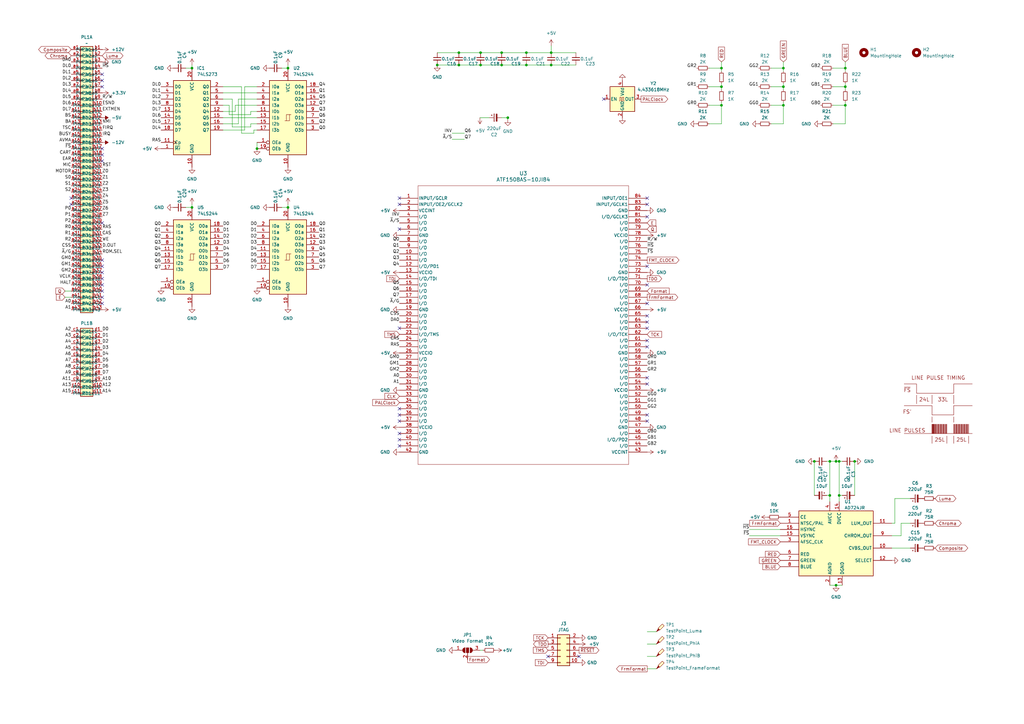
<source format=kicad_sch>
(kicad_sch (version 20250114) (generator "eeschema") (generator_version "9.0")
  (paper "A3")
  (title_block (date "2025-06-03"))
  (junction (at 226.06 21.59))
  (junction (at 295.91 43.18))
  (junction (at 179.324 26.67))
  (junction (at 118.11 85.09))
  (junction (at 346.71 35.56))
  (junction (at 346.71 43.18))
  (junction (at 295.91 35.56))
  (junction (at 105.41 60.96))
  (junction (at 226.06 26.67))
  (junction (at 340.36 189.23))
  (junction (at 340.36 203.2))
  (junction (at 342.9 240.03))
  (junction (at 215.9 21.59))
  (junction (at 205.74 21.59))
  (junction (at 321.31 35.56))
  (junction (at 78.74 85.09))
  (junction (at 295.91 27.94))
  (junction (at 197.104 26.67))
  (junction (at 344.17 189.23))
  (junction (at 197.104 21.59))
  (junction (at 208.28 48.26))
  (junction (at 188.214 21.59))
  (junction (at 321.31 43.18))
  (junction (at 350.52 189.23))
  (junction (at 344.17 203.2))
  (junction (at 334.01 189.23))
  (junction (at 215.9 26.67))
  (junction (at 188.214 26.67))
  (junction (at 342.9 189.23))
  (junction (at 346.71 27.94))
  (junction (at 118.11 27.94))
  (junction (at 78.74 27.94))
  (junction (at 321.31 27.94))
  (junction (at 205.74 26.67))
  (no_connect (at 265.43 172.72))
  (no_connect (at 41.91 116.84))
  (no_connect (at 265.43 81.28))
  (no_connect (at 265.43 154.94))
  (no_connect (at 265.43 83.82))
  (no_connect (at 265.43 132.08))
  (no_connect (at 163.83 180.34))
  (no_connect (at 41.91 109.22))
  (no_connect (at 265.43 88.9))
  (no_connect (at 41.91 35.56))
  (no_connect (at 163.83 177.8))
  (no_connect (at 265.43 129.54))
  (no_connect (at 41.91 60.96))
  (no_connect (at 163.83 182.88))
  (no_connect (at 265.43 134.62))
  (no_connect (at 41.91 111.76))
  (no_connect (at 265.43 116.84))
  (no_connect (at 163.83 172.72))
  (no_connect (at 163.83 81.28))
  (no_connect (at 41.91 106.68))
  (no_connect (at 41.91 121.92))
  (no_connect (at 41.91 119.38))
  (no_connect (at 265.43 109.22))
  (no_connect (at 41.91 33.02))
  (no_connect (at 237.49 269.24))
  (no_connect (at 163.83 83.82))
  (no_connect (at 41.91 114.3))
  (no_connect (at 224.79 269.24))
  (no_connect (at 41.91 91.44))
  (no_connect (at 163.83 170.18))
  (no_connect (at 41.91 30.48))
  (no_connect (at 247.65 40.64))
  (no_connect (at 265.43 139.7))
  (no_connect (at 265.43 142.24))
  (no_connect (at 29.21 83.82))
  (no_connect (at 41.91 63.5))
  (no_connect (at 41.91 124.46))
  (no_connect (at 163.83 167.64))
  (no_connect (at 163.83 93.98))
  (no_connect (at 265.43 157.48))
  (no_connect (at 265.43 170.18))
  (no_connect (at 29.21 81.28))
  (no_connect (at 265.43 124.46))
  (no_connect (at 163.83 134.62))
  (no_connect (at 41.91 66.04))
  (wire (pts (xy 265.43 264.16) (xy 269.24 264.16)))
  (wire (pts (xy 215.9 26.67) (xy 226.06 26.67)))
  (wire (pts (xy 334.01 189.23) (xy 334.01 203.2)))
  (wire (pts (xy 346.71 27.94) (xy 346.71 29.21)))
  (wire (pts (xy 373.38 224.79) (xy 365.76 224.79)))
  (wire (pts (xy 76.2 85.09) (xy 78.74 85.09)))
  (wire (pts (xy 369.57 219.71) (xy 369.57 214.63)))
  (wire (pts (xy 265.43 269.24) (xy 269.24 269.24)))
  (wire (pts (xy 341.63 27.94) (xy 346.71 27.94)))
  (wire (pts (xy 102.87 52.07) (xy 102.87 50.8)))
  (wire (pts (xy 290.83 35.56) (xy 295.91 35.56)))
  (wire (pts (xy 341.63 43.18) (xy 346.71 43.18)))
  (wire (pts (xy 321.31 41.91) (xy 321.31 43.18)))
  (wire (pts (xy 295.91 34.29) (xy 295.91 35.56)))
  (wire (pts (xy 179.324 26.67) (xy 188.214 26.67)))
  (wire (pts (xy 197.104 21.59) (xy 205.74 21.59)))
  (wire (pts (xy 369.57 214.63) (xy 373.38 214.63)))
  (wire (pts (xy 339.09 189.23) (xy 340.36 189.23)))
  (wire (pts (xy 198.12 266.7) (xy 196.85 266.7)))
  (wire (pts (xy 93.98 43.18) (xy 93.98 46.99)))
  (wire (pts (xy 105.41 58.42) (xy 105.41 60.96)))
  (wire (pts (xy 346.71 41.91) (xy 346.71 43.18)))
  (wire (pts (xy 26.67 121.92) (xy 29.21 121.92)))
  (wire (pts (xy 115.57 85.09) (xy 118.11 85.09)))
  (wire (pts (xy 97.79 40.64) (xy 105.41 40.64)))
  (wire (pts (xy 295.91 41.91) (xy 295.91 43.18)))
  (wire (pts (xy 185.42 57.15) (xy 190.5 57.15)))
  (wire (pts (xy 321.31 34.29) (xy 321.31 35.56)))
  (wire (pts (xy 197.104 26.67) (xy 205.74 26.67)))
  (wire (pts (xy 365.76 219.71) (xy 369.57 219.71)))
  (wire (pts (xy 91.44 45.72) (xy 96.52 45.72)))
  (wire (pts (xy 339.09 203.2) (xy 340.36 203.2)))
  (wire (pts (xy 95.25 40.64) (xy 95.25 52.07)))
  (wire (pts (xy 290.83 27.94) (xy 295.91 27.94)))
  (wire (pts (xy 26.67 119.38) (xy 29.21 119.38)))
  (wire (pts (xy 316.23 27.94) (xy 321.31 27.94)))
  (wire (pts (xy 118.11 83.82) (xy 118.11 85.09)))
  (wire (pts (xy 346.71 35.56) (xy 346.71 36.83)))
  (wire (pts (xy 341.63 50.8) (xy 346.71 50.8)))
  (wire (pts (xy 100.33 35.56) (xy 105.41 35.56)))
  (wire (pts (xy 226.06 21.59) (xy 236.22 21.59)))
  (wire (pts (xy 118.11 26.67) (xy 118.11 27.94)))
  (wire (pts (xy 226.06 26.67) (xy 236.22 26.67)))
  (wire (pts (xy 340.36 203.2) (xy 340.36 205.74)))
  (wire (pts (xy 78.74 83.82) (xy 78.74 85.09)))
  (wire (pts (xy 295.91 25.4) (xy 295.91 27.94)))
  (wire (pts (xy 205.74 48.26) (xy 208.28 48.26)))
  (wire (pts (xy 367.03 214.63) (xy 367.03 204.47)))
  (wire (pts (xy 96.52 43.18) (xy 105.41 43.18)))
  (wire (pts (xy 344.17 189.23) (xy 344.17 203.2)))
  (wire (pts (xy 295.91 27.94) (xy 295.91 29.21)))
  (wire (pts (xy 102.87 45.72) (xy 105.41 45.72)))
  (wire (pts (xy 208.28 48.006) (xy 208.28 48.26)))
  (wire (pts (xy 200.66 48.26) (xy 196.85 48.26)))
  (wire (pts (xy 115.57 27.94) (xy 118.11 27.94)))
  (wire (pts (xy 321.31 27.94) (xy 321.31 29.21)))
  (wire (pts (xy 208.28 48.26) (xy 208.28 49.022)))
  (wire (pts (xy 340.36 240.03) (xy 342.9 240.03)))
  (wire (pts (xy 96.52 45.72) (xy 96.52 43.18)))
  (wire (pts (xy 91.44 35.56) (xy 99.06 35.56)))
  (wire (pts (xy 91.44 50.8) (xy 97.79 50.8)))
  (wire (pts (xy 102.87 46.99) (xy 102.87 45.72)))
  (wire (pts (xy 100.33 53.34) (xy 100.33 35.56)))
  (wire (pts (xy 95.25 52.07) (xy 102.87 52.07)))
  (wire (pts (xy 342.9 240.03) (xy 345.44 240.03)))
  (wire (pts (xy 78.74 26.67) (xy 78.74 27.94)))
  (wire (pts (xy 316.23 43.18) (xy 321.31 43.18)))
  (wire (pts (xy 205.74 21.59) (xy 215.9 21.59)))
  (wire (pts (xy 307.34 219.71) (xy 320.04 219.71)))
  (wire (pts (xy 346.71 34.29) (xy 346.71 35.56)))
  (wire (pts (xy 344.17 203.2) (xy 344.17 205.74)))
  (wire (pts (xy 321.31 43.18) (xy 321.31 50.8)))
  (wire (pts (xy 342.9 189.23) (xy 344.17 189.23)))
  (wire (pts (xy 316.23 50.8) (xy 321.31 50.8)))
  (wire (pts (xy 340.36 189.23) (xy 340.36 203.2)))
  (wire (pts (xy 341.63 35.56) (xy 346.71 35.56)))
  (wire (pts (xy 104.14 53.34) (xy 105.41 53.34)))
  (wire (pts (xy 345.44 203.2) (xy 344.17 203.2)))
  (wire (pts (xy 188.214 26.67) (xy 197.104 26.67)))
  (wire (pts (xy 226.06 18.796) (xy 226.06 21.59)))
  (wire (pts (xy 346.71 43.18) (xy 346.71 50.8)))
  (wire (pts (xy 346.71 25.4) (xy 346.71 27.94)))
  (wire (pts (xy 226.06 21.59) (xy 215.9 21.59)))
  (wire (pts (xy 93.98 46.99) (xy 102.87 46.99)))
  (wire (pts (xy 290.83 50.8) (xy 295.91 50.8)))
  (wire (pts (xy 307.34 217.17) (xy 320.04 217.17)))
  (wire (pts (xy 290.83 43.18) (xy 295.91 43.18)))
  (wire (pts (xy 340.36 189.23) (xy 342.9 189.23)))
  (wire (pts (xy 188.214 21.59) (xy 197.104 21.59)))
  (wire (pts (xy 185.42 54.61) (xy 190.5 54.61)))
  (wire (pts (xy 99.06 35.56) (xy 99.06 54.61)))
  (wire (pts (xy 265.43 274.32) (xy 269.24 274.32)))
  (wire (pts (xy 367.03 204.47) (xy 373.38 204.47)))
  (wire (pts (xy 316.23 35.56) (xy 321.31 35.56)))
  (wire (pts (xy 91.44 38.1) (xy 105.41 38.1)))
  (wire (pts (xy 350.52 189.23) (xy 350.52 203.2)))
  (wire (pts (xy 295.91 35.56) (xy 295.91 36.83)))
  (wire (pts (xy 365.76 214.63) (xy 367.03 214.63)))
  (wire (pts (xy 99.06 54.61) (xy 104.14 54.61)))
  (wire (pts (xy 76.2 27.94) (xy 78.74 27.94)))
  (wire (pts (xy 102.87 50.8) (xy 105.41 50.8)))
  (wire (pts (xy 265.43 259.08) (xy 269.24 259.08)))
  (wire (pts (xy 91.44 53.34) (xy 100.33 53.34)))
  (wire (pts (xy 104.14 54.61) (xy 104.14 53.34)))
  (wire (pts (xy 97.79 50.8) (xy 97.79 40.64)))
  (wire (pts (xy 91.44 43.18) (xy 93.98 43.18)))
  (wire (pts (xy 321.31 35.56) (xy 321.31 36.83)))
  (wire (pts (xy 91.44 40.64) (xy 95.25 40.64)))
  (wire (pts (xy 205.74 26.67) (xy 215.9 26.67)))
  (wire (pts (xy 179.324 21.59) (xy 188.214 21.59)))
  (wire (pts (xy 345.44 189.23) (xy 344.17 189.23)))
  (wire (pts (xy 295.91 43.18) (xy 295.91 50.8)))
  (wire (pts (xy 91.44 48.26) (xy 105.41 48.26)))
  (wire (pts (xy 321.31 25.4) (xy 321.31 27.94)))
  (label "D0" (at 91.44 92.71 0))
  (label "D2" (at 41.91 140.97 0))
  (label "Q2" (at 130.81 50.8 0))
  (label "D0" (at 41.91 135.89 0))
  (label "DL5" (at 66.04 50.8 180))
  (label "Q5" (at 130.81 40.64 0))
  (label "ESND" (at 41.91 43.18 0))
  (label "S2" (at 29.21 78.74 180))
  (label "D.OUT" (at 41.91 101.6 0))
  (label "S1" (at 29.21 76.2 180))
  (label "GG0" (at 265.43 162.56 0))
  (label "A11" (at 29.21 156.21 180))
  (label "DL3" (at 66.04 43.18 180))
  (label "CSS" (at 29.21 101.6 180))
  (label "A0" (at 29.21 124.46 180))
  (label "Z5" (at 41.91 83.82 0))
  (label "Q6" (at 66.04 107.95 180))
  (label "DL0" (at 29.21 27.94 180))
  (label "Q7" (at 130.81 43.18 0))
  (label "Q0" (at 130.81 53.34 0))
  (label "A6" (at 29.21 146.05 180))
  (label "GB1" (at 265.43 180.34 0))
  (label "Q4" (at 130.81 102.87 0))
  (label "A5" (at 29.21 143.51 180))
  (label "AVMA" (at 29.21 58.42 180))
  (label "D6" (at 105.41 107.95 180))
  (label "ROM.SEL" (at 41.91 104.14 0))
  (label "IRQ" (at 41.91 55.88 0))
  (label "Q5" (at 66.04 105.41 180))
  (label "D1" (at 41.91 138.43 0))
  (label "NMI" (at 41.91 50.8 0))
  (label "BA" (at 29.21 50.8 180))
  (label "GM0" (at 163.83 147.32 180))
  (label "Q1" (at 130.81 38.1 0))
  (label "CAS" (at 163.83 139.7 180))
  (label "INV" (at 185.42 54.61 180))
  (label "DL5" (at 29.21 40.64 180))
  (label "Q6" (at 163.83 119.38 180))
  (label "DL7" (at 66.04 45.72 180))
  (label "Z3" (at 41.91 78.74 0))
  (label "DL4" (at 29.21 38.1 180))
  (label "TSC" (at 29.21 53.34 180))
  (label "R{slash}W" (at 265.43 99.06 0))
  (label "GM1" (at 163.83 149.86 180))
  (label "P0" (at 29.21 86.36 180))
  (label "DL7" (at 29.21 45.72 180))
  (label "Z2" (at 41.91 76.2 0))
  (label "A9" (at 29.21 153.67 180))
  (label "CAS" (at 41.91 96.52 0))
  (label "~{A}{slash}S" (at 185.42 57.15 180))
  (label "Q7" (at 130.81 110.49 0))
  (label "A2" (at 29.21 135.89 180))
  (label "EAR" (at 29.21 66.04 180))
  (label "RAS" (at 41.91 93.98 0))
  (label "Q7" (at 190.5 57.15 0))
  (label "MOTOR" (at 29.21 71.12 180))
  (label "Q5" (at 130.81 105.41 0))
  (label "GG0" (at 311.15 43.18 180))
  (label "DL2" (at 66.04 40.64 180))
  (label "D4" (at 41.91 146.05 0))
  (label "GR2" (at 265.43 152.4 0))
  (label "FIRQ" (at 41.91 53.34 0))
  (label "D7" (at 41.91 153.67 0))
  (label "GB2" (at 265.43 182.88 0))
  (label "Q0" (at 163.83 99.06 180))
  (label "BS" (at 29.21 48.26 180))
  (label "~{HS}" (at 41.91 27.94 0))
  (label "D4" (at 91.44 102.87 0))
  (label "WE" (at 41.91 99.06 0))
  (label "DL1" (at 66.04 38.1 180))
  (label "D5" (at 91.44 105.41 0))
  (label "D7" (at 91.44 110.49 0))
  (label "Q3" (at 130.81 45.72 0))
  (label "~{A}{slash}G" (at 29.21 104.14 180))
  (label "DL6" (at 29.21 43.18 180))
  (label "DA0" (at 163.83 132.08 180))
  (label "GR0" (at 285.75 43.18 180))
  (label "A3" (at 29.21 138.43 180))
  (label "GB0" (at 336.55 43.18 180))
  (label "Q0" (at 66.04 92.71 180))
  (label "D5" (at 105.41 105.41 180))
  (label "R1" (at 29.21 96.52 180))
  (label "GB0" (at 265.43 177.8 0))
  (label "Q6" (at 130.81 107.95 0))
  (label "R2" (at 29.21 99.06 180))
  (label "A0" (at 163.83 154.94 180))
  (label "HALT" (at 29.21 116.84 180))
  (label "Q1" (at 66.04 95.25 180))
  (label "GB2" (at 336.55 27.94 180))
  (label "A8" (at 29.21 151.13 180))
  (label "Q3" (at 163.83 106.68 180))
  (label "Z7" (at 41.91 88.9 0))
  (label "Q2" (at 66.04 97.79 180))
  (label "~{FS}" (at 307.34 219.71 180))
  (label "GG1" (at 265.43 165.1 0))
  (label "~{FS}" (at 265.43 104.14 0))
  (label "DL6" (at 66.04 48.26 180))
  (label "Q1" (at 130.81 95.25 0))
  (label "CART" (at 29.21 63.5 180))
  (label "Q1" (at 163.83 101.6 180))
  (label "GR2" (at 285.75 27.94 180))
  (label "A4" (at 29.21 140.97 180))
  (label "RAS" (at 163.83 142.24 180))
  (label "~{FS}" (at 29.21 60.96 180))
  (label "A13" (at 29.21 158.75 180))
  (label "Z1" (at 41.91 73.66 0))
  (label "MIC" (at 29.21 68.58 180))
  (label "DL2" (at 29.21 33.02 180))
  (label "Q4" (at 163.83 109.22 180))
  (label "R{slash}W" (at 41.91 40.64 0))
  (label "GG1" (at 311.15 35.56 180))
  (label "Q7" (at 163.83 121.92 180))
  (label "~{HS}" (at 307.34 217.17 180))
  (label "Q3" (at 66.04 100.33 180))
  (label "RST" (at 41.91 68.58 0))
  (label "Q4" (at 130.81 35.56 0))
  (label "D6" (at 91.44 107.95 0))
  (label "CSS" (at 163.83 129.54 180))
  (label "Q2" (at 163.83 104.14 180))
  (label "EXTMEN" (at 41.91 45.72 0))
  (label "GM2" (at 29.21 111.76 180))
  (label "A15" (at 29.21 161.29 180))
  (label "GM1" (at 29.21 109.22 180))
  (label "D2" (at 105.41 97.79 180))
  (label "GG2" (at 265.43 167.64 0))
  (label "Q7" (at 66.04 110.49 180))
  (label "DA0" (at 29.21 25.4 180))
  (label "Q4" (at 66.04 102.87 180))
  (label "D5" (at 41.91 148.59 0))
  (label "A1" (at 163.83 157.48 180))
  (label "D3" (at 41.91 143.51 0))
  (label "Q6" (at 130.81 48.26 0))
  (label "RAS" (at 66.04 58.42 180))
  (label "GM2" (at 163.83 152.4 180))
  (label "Q5" (at 163.83 116.84 180))
  (label "A12" (at 41.91 158.75 0))
  (label "DL1" (at 29.21 30.48 180))
  (label "A7" (at 29.21 148.59 180))
  (label "~{A}{slash}S" (at 163.83 91.44 180))
  (label "DL3" (at 29.21 35.56 180))
  (label "~{HS}" (at 265.43 101.6 0))
  (label "P1" (at 29.21 88.9 180))
  (label "~{A}{slash}G" (at 163.83 124.46 180))
  (label "D6" (at 41.91 151.13 0))
  (label "Q2" (at 130.81 97.79 0))
  (label "DL4" (at 66.04 53.34 180))
  (label "Q0" (at 130.81 92.71 0))
  (label "GM0" (at 29.21 106.68 180))
  (label "GG2" (at 311.15 27.94 180))
  (label "Z6" (at 41.91 86.36 0))
  (label "INV" (at 163.83 88.9 180))
  (label "D4" (at 105.41 102.87 180))
  (label "R0" (at 29.21 93.98 180))
  (label "A1" (at 29.21 127 180))
  (label "Z0" (at 41.91 71.12 0))
  (label "GR1" (at 265.43 149.86 0))
  (label "D7" (at 105.41 110.49 180))
  (label "Q6" (at 190.5 54.61 0))
  (label "D3" (at 91.44 100.33 0))
  (label "D3" (at 105.41 100.33 180))
  (label "P2" (at 29.21 91.44 180))
  (label "Q3" (at 130.81 100.33 0))
  (label "GR1" (at 285.75 35.56 180))
  (label "A10" (at 41.91 156.21 0))
  (label "VCLK" (at 29.21 114.3 180))
  (label "GB1" (at 336.55 35.56 180))
  (label "D0" (at 105.41 92.71 180))
  (label "GR0" (at 265.43 147.32 0))
  (label "D2" (at 91.44 97.79 0))
  (label "A14" (at 41.91 161.29 0))
  (label "BUSY" (at 29.21 55.88 180))
  (label "DL0" (at 66.04 35.56 180))
  (label "S0" (at 29.21 73.66 180))
  (label "D1" (at 91.44 95.25 0))
  (label "Z4" (at 41.91 81.28 0))
  (label "D1" (at 105.41 95.25 180))
  (global_label "E" (shape input) (at 26.67 121.92 180) (property "Intersheetrefs" "${INTERSHEET_REFS}" (effects (hide yes))))
  (global_label "Q" (shape input) (at 26.67 119.38 180) (property "Intersheetrefs" "${INTERSHEET_REFS}" (effects (hide yes))))
  (global_label "TDI" (shape input) (at 224.79 271.78 180) (property "Intersheetrefs" "${INTERSHEET_REFS}" (effects (hide yes))))
  (global_label "~{RESET}" (shape output) (at 237.49 266.7 0) (property "Intersheetrefs" "${INTERSHEET_REFS}" (effects (hide yes))))
  (global_label "Composite" (shape bidirectional) (at 383.54 224.79 0) (property "Intersheetrefs" "${INTERSHEET_REFS}" (effects (hide yes))))
  (global_label "TDI" (shape input) (at 163.83 114.3 180) (property "Intersheetrefs" "${INTERSHEET_REFS}" (effects (hide yes))))
  (global_label "TCK" (shape input) (at 224.79 261.62 180) (property "Intersheetrefs" "${INTERSHEET_REFS}" (effects (hide yes))))
  (global_label "GREEN" (shape input) (at 320.04 229.87 180) (property "Intersheetrefs" "${INTERSHEET_REFS}" (effects (hide yes))))
  (global_label "PALClock" (shape output) (at 262.89 40.64 0) (property "Intersheetrefs" "${INTERSHEET_REFS}" (effects (hide yes))))
  (global_label "TMS" (shape input) (at 224.79 266.7 180) (property "Intersheetrefs" "${INTERSHEET_REFS}" (effects (hide yes))))
  (global_label "Luma" (shape bidirectional) (at 383.54 204.47 0) (property "Intersheetrefs" "${INTERSHEET_REFS}" (effects (hide yes))))
  (global_label "TCK" (shape input) (at 265.43 137.16 0) (property "Intersheetrefs" "${INTERSHEET_REFS}" (effects (hide yes))))
  (global_label "Format" (shape output) (at 191.77 270.51 0) (property "Intersheetrefs" "${INTERSHEET_REFS}" (effects (hide yes))))
  (global_label "BLUE" (shape input) (at 346.71 25.4 90) (property "Intersheetrefs" "${INTERSHEET_REFS}" (effects (hide yes))))
  (global_label "FrmFormat" (shape output) (at 265.43 121.92 0) (property "Intersheetrefs" "${INTERSHEET_REFS}" (effects (hide yes))))
  (global_label "Luma" (shape bidirectional) (at 41.91 22.86 0) (property "Intersheetrefs" "${INTERSHEET_REFS}" (effects (hide yes))))
  (global_label "Chroma" (shape bidirectional) (at 29.21 22.86 180) (property "Intersheetrefs" "${INTERSHEET_REFS}" (effects (hide yes))))
  (global_label "FrmFormat" (shape input) (at 320.04 214.63 180) (property "Intersheetrefs" "${INTERSHEET_REFS}" (effects (hide yes))))
  (global_label "FrmFormat" (shape output) (at 265.43 274.32 180) (property "Intersheetrefs" "${INTERSHEET_REFS}" (effects (hide yes))))
  (global_label "Q" (shape input) (at 265.43 93.98 0) (property "Intersheetrefs" "${INTERSHEET_REFS}" (effects (hide yes))))
  (global_label "PALClock" (shape input) (at 163.83 165.1 180) (property "Intersheetrefs" "${INTERSHEET_REFS}" (effects (hide yes))))
  (global_label "Format" (shape input) (at 265.43 119.38 0) (property "Intersheetrefs" "${INTERSHEET_REFS}" (effects (hide yes))))
  (global_label "GREEN" (shape input) (at 321.31 25.4 90) (property "Intersheetrefs" "${INTERSHEET_REFS}" (effects (hide yes))))
  (global_label "TDO" (shape output) (at 224.79 264.16 180) (property "Intersheetrefs" "${INTERSHEET_REFS}" (effects (hide yes))))
  (global_label "TMS" (shape input) (at 163.83 137.16 180) (property "Intersheetrefs" "${INTERSHEET_REFS}" (effects (hide yes))))
  (global_label "E" (shape input) (at 265.43 91.44 0) (property "Intersheetrefs" "${INTERSHEET_REFS}" (effects (hide yes))))
  (global_label "RED" (shape input) (at 320.04 227.33 180) (property "Intersheetrefs" "${INTERSHEET_REFS}" (effects (hide yes))))
  (global_label "CLK" (shape input) (at 163.83 162.56 180) (property "Intersheetrefs" "${INTERSHEET_REFS}" (effects (hide yes))))
  (global_label "TDO" (shape output) (at 265.43 114.3 0) (property "Intersheetrefs" "${INTERSHEET_REFS}" (effects (hide yes))))
  (global_label "RED" (shape input) (at 295.91 25.4 90) (property "Intersheetrefs" "${INTERSHEET_REFS}" (effects (hide yes))))
  (global_label "FMT_CLOCK" (shape output) (at 265.43 106.68 0) (property "Intersheetrefs" "${INTERSHEET_REFS}" (effects (hide yes))))
  (global_label "Composite" (shape bidirectional) (at 29.21 20.32 180) (property "Intersheetrefs" "${INTERSHEET_REFS}" (effects (hide yes))))
  (global_label "BLUE" (shape input) (at 320.04 232.41 180) (property "Intersheetrefs" "${INTERSHEET_REFS}" (effects (hide yes))))
  (global_label "Chroma" (shape bidirectional) (at 383.54 214.63 0) (property "Intersheetrefs" "${INTERSHEET_REFS}" (effects (hide yes))))
  (global_label "FMT_CLOCK" (shape input) (at 320.04 222.25 180) (property "Intersheetrefs" "${INTERSHEET_REFS}" (effects (hide yes))))
  (symbol (lib_id "power:GND") (at 163.83 185.42 270) (unit 1)
    (property "Reference" "#PWR094" (effects (hide yes)))
    (property "Value" "GND" (at 160.02 185.4199 90) (effects (justify right)))
  )
  (symbol (lib_id "power:GND") (at 342.9 240.03 0) (unit 1)
    (property "Reference" "#PWR022" (effects (hide yes)))
    (property "Value" "GND" (at 342.9 244.856 0))
  )
  (symbol (lib_id "Device:R_Small") (at 339.09 35.56 90) (unit 1)
    (property "Reference" "R19" (at 339.09 30.48 90))
    (property "Value" "2K" (at 339.09 33.02 90))
    (property "Footprint" "PCM_Resistor_SMD_AKL:R_0805_2012Metric_Pad1.15x1.40mm_HandSolder" (effects (hide yes)))
    (property "Description" "Resistor, small symbol" (effects (hide yes)))
  )
  (symbol (lib_id "Device:C_Small") (at 179.324 24.13 0) (mirror y) (unit 1)
    (property "Reference" "C16" (at 183.261 26.162 0) (effects (justify right)))
    (property "Value" "0.1uF" (at 181.102 24.13 0) (effects (justify right)))
    (property "Footprint" "Capacitor_SMD:C_0805_2012Metric_Pad1.18x1.45mm_HandSolder" (effects (hide yes)))
    (property "DigiKey" "399-C0805C104M5RAC7800CT-ND" (effects (hide yes)))
  )
  (symbol (lib_id "power:+5V") (at 226.06 18.796 0) (unit 1)
    (property "Reference" "#PWR049" (effects (hide yes)))
    (property "Value" "+5V" (at 226.06 13.589 0))
  )
  (symbol (lib_id "power:+5V") (at 66.04 60.96 90) (unit 1)
    (property "Reference" "#PWR07" (effects (hide yes)))
    (property "Value" "+5V" (at 62.357 60.9599 90) (effects (justify left)))
  )
  (symbol (lib_id "power:+5V") (at 163.83 175.26 90) (unit 1)
    (property "Reference" "#PWR061" (effects (hide yes)))
    (property "Value" "+5V" (at 160.02 175.2599 90) (effects (justify left)))
  )
  (symbol (lib_id "Device:R_Small") (at 288.29 27.94 90) (unit 1)
    (property "Reference" "R8" (at 288.29 22.86 90))
    (property "Value" "2K" (at 288.29 25.4 90))
    (property "Footprint" "PCM_Resistor_SMD_AKL:R_0805_2012Metric_Pad1.15x1.40mm_HandSolder" (effects (hide yes)))
    (property "Description" "Resistor, small symbol" (effects (hide yes)))
  )
  (symbol (lib_id "power:GND") (at 110.49 85.09 270) (unit 1)
    (property "Reference" "#PWR037" (effects (hide yes)))
    (property "Value" "GND" (at 106.68 85.0899 90) (effects (justify right)))
  )
  (symbol (lib_id "power:GND") (at 265.43 175.26 90) (unit 1)
    (property "Reference" "#PWR098" (effects (hide yes)))
    (property "Value" "GND" (at 269.24 175.2599 90) (effects (justify right)))
  )
  (symbol (lib_id "Device:C_Small") (at 73.66 85.09 90) (mirror x) (unit 1)
    (property "Reference" "C20" (at 75.692 81.153 0) (effects (justify right)))
    (property "Value" "0.1uF" (at 73.66 83.312 0) (effects (justify right)))
    (property "Footprint" "Capacitor_SMD:C_0805_2012Metric_Pad1.18x1.45mm_HandSolder" (effects (hide yes)))
    (property "DigiKey" "399-C0805C104M5RAC7800CT-ND" (effects (hide yes)))
  )
  (symbol (lib_id "power:+5V") (at 342.9 189.23 0) (unit 1)
    (property "Reference" "#PWR019" (effects (hide yes)))
    (property "Value" "+5V" (at 342.9 183.896 0))
  )
  (symbol (lib_id "power:+5V") (at 203.2 266.7 270) (unit 1)
    (property "Reference" "#PWR015" (effects (hide yes)))
    (property "Value" "+5V" (at 205.994 266.7 90) (effects (justify left)))
  )
  (symbol (lib_id "Device:R_Small") (at 313.69 43.18 90) (unit 1)
    (property "Reference" "R14" (at 313.69 38.1 90))
    (property "Value" "2K" (at 313.69 40.64 90))
    (property "Footprint" "PCM_Resistor_SMD_AKL:R_0805_2012Metric_Pad1.15x1.40mm_HandSolder" (effects (hide yes)))
    (property "Description" "Resistor, small symbol" (effects (hide yes)))
  )
  (symbol (lib_id "Device:R_Small") (at 313.69 27.94 90) (unit 1)
    (property "Reference" "R12" (at 313.69 22.86 90))
    (property "Value" "2K" (at 313.69 25.4 90))
    (property "Footprint" "PCM_Resistor_SMD_AKL:R_0805_2012Metric_Pad1.15x1.40mm_HandSolder" (effects (hide yes)))
    (property "Description" "Resistor, small symbol" (effects (hide yes)))
  )
  (symbol (lib_id "Device:R_Small") (at 381 204.47 270) (unit 1)
    (property "Reference" "R3" (at 381 199.39 90))
    (property "Value" "75R" (at 381 201.93 90))
    (property "Footprint" "Resistor_SMD:R_0805_2012Metric_Pad1.20x1.40mm_HandSolder" (effects (hide yes)))
    (property "DigiKey" "CF14JT6K80CT-ND" (effects (hide yes)))
    (property "alt" "20K" (effects (hide yes)))
  )
  (symbol (lib_id "power:GND") (at 208.28 49.022 0) (unit 1)
    (property "Reference" "#PWR013" (effects (hide yes)))
    (property "Value" "GND" (at 208.28 53.848 0))
  )
  (symbol (lib_id "power:GND") (at 118.11 125.73 0) (unit 1)
    (property "Reference" "#PWR039" (effects (hide yes)))
    (property "Value" "GND" (at 118.11 130.556 0))
  )
  (symbol (lib_id "power:+5V") (at 78.74 26.67 0) (unit 1)
    (property "Reference" "#PWR08" (effects (hide yes)))
    (property "Value" "+5V" (at 78.74 21.336 0))
  )
  (symbol (lib_id "Oscillator:ASV-xxxMHz") (at 255.27 40.64 0) (unit 1)
    (property "Reference" "Y2" (at 267.97 34.2198 0))
    (property "Value" "4.433618MHz" (at 267.97 36.7598 0))
    (property "Footprint" "Oscillator:Oscillator_SMD_SeikoEpson_SG8002LB-4Pin_5.0x3.2mm_HandSoldering" (effects (hide yes)))
    (property "Datasheet" "http://www.abracon.com/Oscillators/ASV.pdf" (effects (hide yes)))
    (property "Description" "5V HCMOS SMD Crystal Clock Oscillator, Abracon" (effects (hide yes)))
    (property "DigiKey" "31-FD0440005TR-ND" (effects (hide yes)))
  )
  (symbol (lib_id "power:GND") (at 78.74 125.73 0) (unit 1)
    (property "Reference" "#PWR047" (effects (hide yes)))
    (property "Value" "GND" (at 78.74 130.556 0))
  )
  (symbol (lib_id "Device:R_Small") (at 313.69 35.56 90) (unit 1)
    (property "Reference" "R13" (at 313.69 30.48 90))
    (property "Value" "2K" (at 313.69 33.02 90))
    (property "Footprint" "PCM_Resistor_SMD_AKL:R_0805_2012Metric_Pad1.15x1.40mm_HandSolder" (effects (hide yes)))
    (property "Description" "Resistor, small symbol" (effects (hide yes)))
  )
  (symbol (lib_id "power:GND") (at 365.76 229.87 90) (unit 1)
    (property "Reference" "#PWR023" (effects (hide yes)))
    (property "Value" "GND" (at 369.57 229.8699 90) (effects (justify right)))
  )
  (symbol (lib_id "Device:C_Polarized_Small") (at 347.98 203.2 90) (unit 1)
    (property "Reference" "C8" (at 347.4339 196.85 90))
    (property "Value" "10uF" (at 347.4339 199.39 90))
    (property "Footprint" "Capacitor_SMD:CP_Elec_4x5.4" (effects (hide yes)))
    (property "Description" "Polarized capacitor, small symbol" (effects (hide yes)))
    (property "DigiKey" "732-6401-1-ND" (effects (hide yes)))
  )
  (symbol (lib_id "power:GND") (at 179.324 26.67 0) (unit 1)
    (property "Reference" "#PWR048" (effects (hide yes)))
    (property "Value" "GND" (at 179.324 31.623 0))
  )
  (symbol (lib_id "power:+5V") (at 41.91 127 270) (unit 1)
    (property "Reference" "#PWR031" (effects (hide yes)))
    (property "Value" "+5V" (at 45.72 126.9999 90) (effects (justify left)))
    (property "Description" "Power symbol creates a global label with name \"+5V\"" (effects (hide yes)))
  )
  (symbol (lib_id "power:+3.3V") (at 41.91 38.1 270) (unit 1)
    (property "Reference" "#PWR03" (effects (hide yes)))
    (property "Value" "+3.3V" (at 45.72 38.0999 90) (effects (justify left)))
    (property "Description" "Power symbol creates a global label with name \"+3.3V\"" (effects (hide yes)))
  )
  (symbol (lib_id "Connector:TestPoint_Probe") (at 269.24 259.08 0) (unit 1)
    (property "Reference" "TP1" (at 273.05 256.2225 0) (effects (justify left)))
    (property "Value" "TestPoint_Luma" (at 273.05 258.7625 0) (effects (justify left)))
    (property "Footprint" "TestPoint:TestPoint_Pad_D1.0mm" (effects (hide yes)))
  )
  (symbol (lib_id "Device:R_Small") (at 346.71 31.75 0) (unit 1)
    (property "Reference" "R22" (at 349.25 30.4799 0) (effects (justify left)))
    (property "Value" "1K" (at 349.25 33.0199 0) (effects (justify left)))
    (property "Footprint" "PCM_Resistor_SMD_AKL:R_0805_2012Metric_Pad1.15x1.40mm_HandSolder" (effects (hide yes)))
    (property "Description" "Resistor, small symbol" (effects (hide yes)))
  )
  (symbol (lib_id "power:GND") (at 265.43 111.76 90) (unit 1)
    (property "Reference" "#PWR096" (effects (hide yes)))
    (property "Value" "GND" (at 269.24 111.7599 90) (effects (justify right)))
  )
  (symbol (lib_id "Device:C_Small") (at 205.74 24.13 0) (mirror y) (unit 1)
    (property "Reference" "C19" (at 209.677 26.162 0) (effects (justify right)))
    (property "Value" "0.1uF" (at 207.518 24.13 0) (effects (justify right)))
    (property "Footprint" "Capacitor_SMD:C_0805_2012Metric_Pad1.18x1.45mm_HandSolder" (effects (hide yes)))
    (property "DigiKey" "399-C0805C104M5RAC7800CT-ND" (effects (hide yes)))
  )
  (symbol (lib_id "power:+5V") (at 196.85 48.26 180) (unit 1)
    (property "Reference" "#PWR010" (effects (hide yes)))
    (property "Value" "+5V" (at 196.85 53.594 0))
  )
  (symbol (lib_id "power:GND") (at 118.11 68.58 0) (unit 1)
    (property "Reference" "#PWR032" (effects (hide yes)))
    (property "Value" "GND" (at 118.11 73.406 0))
  )
  (symbol (lib_id "Device:R_Small") (at 288.29 50.8 90) (unit 1)
    (property "Reference" "R11" (at 288.29 45.72 90))
    (property "Value" "2K" (at 288.29 48.26 90))
    (property "Footprint" "PCM_Resistor_SMD_AKL:R_0805_2012Metric_Pad1.15x1.40mm_HandSolder" (effects (hide yes)))
    (property "Description" "Resistor, small symbol" (effects (hide yes)))
  )
  (symbol (lib_id "Device:R_Small") (at 346.71 39.37 0) (unit 1)
    (property "Reference" "R23" (at 349.25 38.0999 0) (effects (justify left)))
    (property "Value" "1K" (at 349.25 40.6399 0) (effects (justify left)))
    (property "Footprint" "PCM_Resistor_SMD_AKL:R_0805_2012Metric_Pad1.15x1.40mm_HandSolder" (effects (hide yes)))
    (property "Description" "Resistor, small symbol" (effects (hide yes)))
  )
  (symbol (lib_id "Connector:TestPoint_Probe") (at 269.24 269.24 0) (unit 1)
    (property "Reference" "TP3" (at 273.05 266.3825 0) (effects (justify left)))
    (property "Value" "TestPoint_PhiB" (at 273.05 268.9225 0) (effects (justify left)))
    (property "Footprint" "TestPoint:TestPoint_Pad_D1.0mm" (effects (hide yes)))
  )
  (symbol (lib_id "power:-12V") (at 41.91 58.42 270) (unit 1)
    (property "Reference" "#PWR04" (effects (hide yes)))
    (property "Value" "-12V" (at 45.72 58.4199 90) (effects (justify left)))
    (property "Description" "Power symbol creates a global label with name \"-12V\"" (effects (hide yes)))
  )
  (symbol (lib_id "power:GND") (at 237.49 261.62 90) (unit 1)
    (property "Reference" "#PWR073" (effects (hide yes)))
    (property "Value" "GND" (at 240.792 261.62 90) (effects (justify right)))
  )
  (symbol (lib_id "Device:C_Small") (at 197.104 24.13 0) (mirror y) (unit 1)
    (property "Reference" "C18" (at 201.041 26.162 0) (effects (justify right)))
    (property "Value" "0.1uF" (at 198.882 24.13 0) (effects (justify right)))
    (property "Footprint" "Capacitor_SMD:C_0805_2012Metric_Pad1.18x1.45mm_HandSolder" (effects (hide yes)))
    (property "DigiKey" "399-C0805C104M5RAC7800CT-ND" (effects (hide yes)))
  )
  (symbol (lib_id "74xx:74LS244") (at 118.11 48.26 0) (unit 1)
    (property "Reference" "U2" (at 120.2533 27.94 0) (effects (justify left)))
    (property "Value" "74LS244" (at 120.2533 30.48 0) (effects (justify left)))
    (property "Footprint" "PCM_Package_SO_AKL:SO-20_5.3x12.6mm_P1.27mm" (effects (hide yes)))
    (property "Datasheet" "https://www.ti.com/general/docs/suppproductinfo.tsp?distId=10&gotoUrl=https%3A%2F%2Fwww.ti.com%2Flit%2Fgpn%2Fsn74als244c" (effects (hide yes)))
    (property "Description" "Octal Buffer and Line Driver With 3-State Output, active-low enables, non-inverting outputs" (effects (hide yes)))
    (property "DigiKey" "296-29971-1-ND" (effects (hide yes)))
  )
  (symbol (lib_id "power:GND") (at 163.83 160.02 270) (unit 1)
    (property "Reference" "#PWR093" (effects (hide yes)))
    (property "Value" "GND" (at 160.02 160.0199 90) (effects (justify right)))
  )
  (symbol (lib_id "power:+5V") (at 78.74 83.82 0) (unit 1)
    (property "Reference" "#PWR045" (effects (hide yes)))
    (property "Value" "+5V" (at 78.74 78.486 0))
  )
  (symbol (lib_id "power:GND") (at 265.43 86.36 90) (unit 1)
    (property "Reference" "#PWR095" (effects (hide yes)))
    (property "Value" "GND" (at 269.24 86.3599 90) (effects (justify right)))
  )
  (symbol (lib_id "power:+5V") (at 237.49 264.16 270) (unit 1)
    (property "Reference" "#PWR074" (effects (hide yes)))
    (property "Value" "+5V" (at 241.554 264.16 90) (effects (justify left)))
  )
  (symbol (lib_id "Device:C_Small") (at 347.98 189.23 90) (unit 1)
    (property "Reference" "C3" (at 350.012 193.167 0) (effects (justify right)))
    (property "Value" "0.1uF" (at 347.98 191.008 0) (effects (justify right)))
    (property "Footprint" "Capacitor_SMD:C_0805_2012Metric_Pad1.18x1.45mm_HandSolder" (effects (hide yes)))
    (property "Datasheet" "https://www.vishay.com/docs/45171/kseries.pdf" (effects (hide yes)))
    (property "DigiKey" "399-C0805C104M5RAC7800CT-ND" (effects (hide yes)))
  )
  (symbol (lib_id "Connector:TestPoint_Probe") (at 269.24 264.16 0) (unit 1)
    (property "Reference" "TP2" (at 273.05 261.3025 0) (effects (justify left)))
    (property "Value" "TestPoint_PhiA" (at 273.05 263.8425 0) (effects (justify left)))
    (property "Footprint" "TestPoint:TestPoint_Pad_D1.0mm" (effects (hide yes)))
  )
  (symbol (lib_id "power:GND") (at 285.75 50.8 270) (unit 1)
    (property "Reference" "#PWR088" (effects (hide yes)))
    (property "Value" "GND" (at 281.94 50.7999 90) (effects (justify right)))
  )
  (symbol (lib_id "power:GND") (at 186.69 266.7 270) (unit 1)
    (property "Reference" "#PWR035" (effects (hide yes)))
    (property "Value" "GND" (at 182.88 266.6999 90) (effects (justify right)))
  )
  (symbol (lib_id "power:+5V") (at 163.83 144.78 90) (unit 1)
    (property "Reference" "#PWR060" (effects (hide yes)))
    (property "Value" "+5V" (at 160.02 144.7799 90) (effects (justify left)))
  )
  (symbol (lib_id "Device:C_Small") (at 336.55 189.23 90) (unit 1)
    (property "Reference" "C7" (at 338.582 193.167 0) (effects (justify right)))
    (property "Value" "0.1uF" (at 336.55 191.008 0) (effects (justify right)))
    (property "Footprint" "Capacitor_SMD:C_0805_2012Metric_Pad1.18x1.45mm_HandSolder" (effects (hide yes)))
    (property "Datasheet" "https://www.vishay.com/docs/45171/kseries.pdf" (effects (hide yes)))
    (property "DigiKey" "399-C0805C104M5RAC7800CT-ND" (effects (hide yes)))
  )
  (symbol (lib_id "power:GND") (at 71.12 85.09 270) (unit 1)
    (property "Reference" "#PWR044" (effects (hide yes)))
    (property "Value" "GND" (at 67.31 85.0899 90) (effects (justify right)))
  )
  (symbol (lib_id "Device:R_Small") (at 295.91 39.37 0) (unit 1)
    (property "Reference" "R7" (at 298.45 38.0999 0) (effects (justify left)))
    (property "Value" "1K" (at 298.45 40.6399 0) (effects (justify left)))
    (property "Footprint" "PCM_Resistor_SMD_AKL:R_0805_2012Metric_Pad1.15x1.40mm_HandSolder" (effects (hide yes)))
    (property "Description" "Resistor, small symbol" (effects (hide yes)))
  )
  (symbol (lib_id "power:+5V") (at 163.83 86.36 90) (unit 1)
    (property "Reference" "#PWR059" (effects (hide yes)))
    (property "Value" "+5V" (at 160.02 86.3599 90) (effects (justify left)))
  )
  (symbol (lib_id "power:GND") (at 311.15 50.8 270) (unit 1)
    (property "Reference" "#PWR089" (effects (hide yes)))
    (property "Value" "GND" (at 307.34 50.7999 90) (effects (justify right)))
  )
  (symbol (lib_id "Device:R_Small") (at 381 214.63 270) (unit 1)
    (property "Reference" "R2" (at 381 209.55 90))
    (property "Value" "75R" (at 381 212.09 90))
    (property "Footprint" "Resistor_SMD:R_0805_2012Metric_Pad1.20x1.40mm_HandSolder" (effects (hide yes)))
    (property "DigiKey" "CF14JT6K80CT-ND" (effects (hide yes)))
    (property "alt" "20K" (effects (hide yes)))
  )
  (symbol (lib_id "power:+5V") (at 118.11 26.67 0) (unit 1)
    (property "Reference" "#PWR020" (effects (hide yes)))
    (property "Value" "+5V" (at 118.11 21.336 0))
  )
  (symbol (lib_id "power:GND") (at 334.01 189.23 270) (unit 1)
    (property "Reference" "#PWR030" (effects (hide yes)))
    (property "Value" "GND" (at 330.2 189.2299 90) (effects (justify right)))
  )
  (symbol (lib_id "power:GND") (at 71.12 27.94 270) (unit 1)
    (property "Reference" "#PWR014" (effects (hide yes)))
    (property "Value" "GND" (at 67.31 27.9399 90) (effects (justify right)))
  )
  (symbol (lib_id "Device:R_Small") (at 317.5 212.09 90) (unit 1)
    (property "Reference" "R6" (at 317.5 207.01 90))
    (property "Value" "10K" (at 317.5 209.55 90))
    (property "Footprint" "Resistor_SMD:R_0805_2012Metric_Pad1.20x1.40mm_HandSolder" (effects (hide yes)))
    (property "DigiKey" "CF14JT6K80CT-ND" (effects (hide yes)))
    (property "alt" "20K" (effects (hide yes)))
  )
  (symbol (lib_id "power:GND") (at 41.91 25.4 90) (mirror x) (unit 1)
    (property "Reference" "#PWR02" (effects (hide yes)))
    (property "Value" "GND" (at 45.72 25.3999 90) (effects (justify right)))
    (property "Description" "Power symbol creates a global label with name \"GND\" , ground" (effects (hide yes)))
  )
  (symbol (lib_id "Dragon32_MKII:LINE_PULSE_DIAGRAM") (at 382.27 154.94 0) (unit 1) (exclude_from_sim yes) (in_bom no) (on_board no)
    (property "Reference" "Z1" (effects (hide yes)))
    (property "Value" "LINE_PULSE_DIAGRAM" (effects (hide yes)))
  )
  (symbol (lib_id "74xx:74LS244") (at 78.74 105.41 0) (unit 1)
    (property "Reference" "U5" (at 80.8833 85.09 0) (effects (justify left)))
    (property "Value" "74LS244" (at 80.8833 87.63 0) (effects (justify left)))
    (property "Footprint" "PCM_Package_SO_AKL:SO-20_5.3x12.6mm_P1.27mm" (effects (hide yes)))
    (property "Datasheet" "https://www.ti.com/general/docs/suppproductinfo.tsp?distId=10&gotoUrl=https%3A%2F%2Fwww.ti.com%2Flit%2Fgpn%2Fsn74als244c" (effects (hide yes)))
    (property "Description" "Octal Buffer and Line Driver With 3-State Output, active-low enables, non-inverting outputs" (effects (hide yes)))
    (property "DigiKey" "296-29971-1-ND" (effects (hide yes)))
  )
  (symbol (lib_id "power:GND") (at 350.52 189.23 90) (unit 1)
    (property "Reference" "#PWR029" (effects (hide yes)))
    (property "Value" "GND" (at 354.33 189.2299 90) (effects (justify right)))
  )
  (symbol (lib_id "Device:R_Small") (at 381 224.79 270) (unit 1)
    (property "Reference" "R1" (at 381 219.71 90))
    (property "Value" "75R" (at 381 222.25 90))
    (property "Footprint" "Resistor_SMD:R_0805_2012Metric_Pad1.20x1.40mm_HandSolder" (effects (hide yes)))
    (property "DigiKey" "CF14JT6K80CT-ND" (effects (hide yes)))
    (property "alt" "20K" (effects (hide yes)))
  )
  (symbol (lib_id "Library:ATF1508AS-10JI84") (at 163.83 81.28 0) (unit 1)
    (property "Reference" "U3" (at 214.63 71.12 0) (effects (font (size 1.524 1.524))))
    (property "Value" "ATF1508AS-10JI84" (at 214.63 73.66 0) (effects (font (size 1.524 1.524))))
    (property "Footprint" "Package_LCC:PLCC-84_THT-Socket" (effects (hide yes)))
    (property "Datasheet" "ATF1508AS-10JI84" (effects (hide yes)))
  )
  (symbol (lib_id "74xx:74LS244") (at 118.11 105.41 0) (unit 1)
    (property "Reference" "U4" (at 120.2533 85.09 0) (effects (justify left)))
    (property "Value" "74LS244" (at 120.2533 87.63 0) (effects (justify left)))
    (property "Footprint" "PCM_Package_SO_AKL:SO-20_5.3x12.6mm_P1.27mm" (effects (hide yes)))
    (property "Datasheet" "https://www.ti.com/general/docs/suppproductinfo.tsp?distId=10&gotoUrl=https%3A%2F%2Fwww.ti.com%2Flit%2Fgpn%2Fsn74als244c" (effects (hide yes)))
    (property "Description" "Octal Buffer and Line Driver With 3-State Output, active-low enables, non-inverting outputs" (effects (hide yes)))
    (property "DigiKey" "296-29971-1-ND" (effects (hide yes)))
  )
  (symbol (lib_id "power:+12V") (at 41.91 20.32 270) (unit 1)
    (property "Reference" "#PWR01" (effects (hide yes)))
    (property "Value" "+12V" (at 45.72 20.3199 90) (effects (justify left)))
    (property "Description" "Power symbol creates a global label with name \"+12V\"" (effects (hide yes)))
  )
  (symbol (lib_id "Device:R_Small") (at 339.09 50.8 90) (unit 1)
    (property "Reference" "R21" (at 339.09 45.72 90))
    (property "Value" "2K" (at 339.09 48.26 90))
    (property "Footprint" "PCM_Resistor_SMD_AKL:R_0805_2012Metric_Pad1.15x1.40mm_HandSolder" (effects (hide yes)))
    (property "Description" "Resistor, small symbol" (effects (hide yes)))
  )
  (symbol (lib_id "Device:R_Small") (at 288.29 35.56 90) (unit 1)
    (property "Reference" "R9" (at 288.29 30.48 90))
    (property "Value" "2K" (at 288.29 33.02 90))
    (property "Footprint" "PCM_Resistor_SMD_AKL:R_0805_2012Metric_Pad1.15x1.40mm_HandSolder" (effects (hide yes)))
    (property "Description" "Resistor, small symbol" (effects (hide yes)))
  )
  (symbol (lib_id "vdg:AD724") (at 342.9 223.52 0) (unit 1)
    (property "Reference" "U1" (at 346.3641 205.74 0) (effects (justify left)))
    (property "Value" "AD724JR" (at 346.3641 208.28 0) (effects (justify left)))
    (property "Footprint" "Package_SO:SOIC-16W_7.5x10.3mm_P1.27mm" (effects (hide yes)))
  )
  (symbol (lib_id "power:GND") (at 110.49 27.94 270) (unit 1)
    (property "Reference" "#PWR016" (effects (hide yes)))
    (property "Value" "GND" (at 106.68 27.9399 90) (effects (justify right)))
  )
  (symbol (lib_id "Device:C_Small") (at 236.22 24.13 0) (mirror y) (unit 1)
    (property "Reference" "C23" (at 240.157 26.162 0) (effects (justify right)))
    (property "Value" "0.1uF" (at 237.998 24.13 0) (effects (justify right)))
    (property "Footprint" "Capacitor_SMD:C_0805_2012Metric_Pad1.18x1.45mm_HandSolder" (effects (hide yes)))
    (property "DigiKey" "399-C0805C104M5RAC7800CT-ND" (effects (hide yes)))
  )
  (symbol (lib_id "power:-5V") (at 41.91 48.26 270) (unit 1)
    (property "Reference" "#PWR017" (effects (hide yes)))
    (property "Value" "-5V" (at 45.72 48.2599 90) (effects (justify left)))
    (property "Description" "Power symbol creates a global label with name \"-5V\"" (effects (hide yes)))
  )
  (symbol (lib_id "Library:Card_Edge") (at 35.56 73.66 0) (unit 1)
    (property "Reference" "PL1" (at 35.56 15.24 0))
    (property "Value" "~" (at 35.56 17.78 0))
    (property "Footprint" "Library:Card_Edge" (effects (hide yes)))
  )
  (symbol (lib_id "power:GND") (at 265.43 144.78 90) (unit 1)
    (property "Reference" "#PWR097" (effects (hide yes)))
    (property "Value" "GND" (at 269.24 144.7799 90) (effects (justify right)))
  )
  (symbol (lib_id "Device:R_Small") (at 295.91 31.75 0) (unit 1)
    (property "Reference" "R5" (at 298.45 30.4799 0) (effects (justify left)))
    (property "Value" "1K" (at 298.45 33.0199 0) (effects (justify left)))
    (property "Footprint" "PCM_Resistor_SMD_AKL:R_0805_2012Metric_Pad1.15x1.40mm_HandSolder" (effects (hide yes)))
    (property "Description" "Resistor, small symbol" (effects (hide yes)))
  )
  (symbol (lib_id "power:+5V") (at 265.43 160.02 270) (unit 1)
    (property "Reference" "#PWR064" (effects (hide yes)))
    (property "Value" "+5V" (at 269.24 160.0199 90) (effects (justify left)))
  )
  (symbol (lib_id "Device:C_Polarized_Small") (at 375.92 204.47 90) (unit 1)
    (property "Reference" "C6" (at 375.3739 198.12 90))
    (property "Value" "220uF" (at 375.3739 200.66 90))
    (property "Footprint" "Capacitor_Tantalum_SMD:CP_EIA-3216-12_Kemet-S" (effects (hide yes)))
    (property "Description" "Polarized capacitor, small symbol" (effects (hide yes)))
    (property "DigiKey" "478-4922-1-ND" (effects (hide yes)))
  )
  (symbol (lib_name "Card_Edge_1") (lib_id "Library:Card_Edge") (at 35.56 148.59 0) (unit 2)
    (property "Reference" "PL1" (at 35.56 132.588 0))
    (property "Value" "~" (at 35.56 92.71 0))
    (property "Footprint" "Library:Card_Edge" (effects (hide yes)))
  )
  (symbol (lib_id "power:+5V") (at 265.43 127 270) (unit 1)
    (property "Reference" "#PWR063" (effects (hide yes)))
    (property "Value" "+5V" (at 269.24 126.9999 90) (effects (justify left)))
  )
  (symbol (lib_id "Device:R_Small") (at 339.09 27.94 90) (unit 1)
    (property "Reference" "R18" (at 339.09 22.86 90))
    (property "Value" "2K" (at 339.09 25.4 90))
    (property "Footprint" "PCM_Resistor_SMD_AKL:R_0805_2012Metric_Pad1.15x1.40mm_HandSolder" (effects (hide yes)))
    (property "Description" "Resistor, small symbol" (effects (hide yes)))
  )
  (symbol (lib_id "Device:R_Small") (at 339.09 43.18 90) (unit 1)
    (property "Reference" "R20" (at 339.09 38.1 90))
    (property "Value" "2K" (at 339.09 40.64 90))
    (property "Footprint" "PCM_Resistor_SMD_AKL:R_0805_2012Metric_Pad1.15x1.40mm_HandSolder" (effects (hide yes)))
    (property "Description" "Resistor, small symbol" (effects (hide yes)))
  )
  (symbol (lib_id "power:+5V") (at 163.83 111.76 90) (unit 1)
    (property "Reference" "#PWR058" (effects (hide yes)))
    (property "Value" "+5V" (at 160.02 111.7599 90) (effects (justify left)))
  )
  (symbol (lib_id "power:+5V") (at 118.11 83.82 0) (unit 1)
    (property "Reference" "#PWR038" (effects (hide yes)))
    (property "Value" "+5V" (at 118.11 78.486 0))
  )
  (symbol (lib_id "Device:C_Polarized_Small") (at 375.92 224.79 90) (unit 1)
    (property "Reference" "C15" (at 375.3739 218.44 90))
    (property "Value" "220uF" (at 375.3739 220.98 90))
    (property "Footprint" "Capacitor_Tantalum_SMD:CP_EIA-3216-12_Kemet-S" (effects (hide yes)))
    (property "Description" "Polarized capacitor, small symbol" (effects (hide yes)))
    (property "DigiKey" "478-4922-1-ND" (effects (hide yes)))
  )
  (symbol (lib_id "power:+5V") (at 314.96 212.09 90) (unit 1)
    (property "Reference" "#PWR018" (effects (hide yes)))
    (property "Value" "+5V" (at 311.658 212.09 90) (effects (justify left)))
  )
  (symbol (lib_id "Mechanical:MountingHole") (at 354.33 21.59 0) (unit 1) (exclude_from_sim yes) (in_bom no)
    (property "Reference" "H1" (at 356.87 20.3199 0) (effects (justify left)))
    (property "Value" "MountingHole" (at 356.87 22.8599 0) (effects (justify left)))
    (property "Footprint" "MountingHole:MountingHole_3.2mm_M3" (effects (hide yes)))
    (property "Description" "Mounting Hole without connection" (effects (hide yes)))
  )
  (symbol (lib_id "Device:C_Small") (at 113.03 27.94 90) (mirror x) (unit 1)
    (property "Reference" "C9" (at 115.062 24.003 0) (effects (justify right)))
    (property "Value" "0.1uF" (at 113.03 26.162 0) (effects (justify right)))
    (property "Footprint" "Capacitor_SMD:C_0805_2012Metric_Pad1.18x1.45mm_HandSolder" (effects (hide yes)))
    (property "DigiKey" "399-C0805C104M5RAC7800CT-ND" (effects (hide yes)))
  )
  (symbol (lib_id "power:GND") (at 237.49 271.78 90) (unit 1)
    (property "Reference" "#PWR075" (effects (hide yes)))
    (property "Value" "GND" (at 240.792 271.78 90) (effects (justify right)))
  )
  (symbol (lib_id "Device:C_Small") (at 188.214 24.13 0) (mirror y) (unit 1)
    (property "Reference" "C17" (at 192.151 26.162 0) (effects (justify right)))
    (property "Value" "0.1uF" (at 189.992 24.13 0) (effects (justify right)))
    (property "Footprint" "Capacitor_SMD:C_0805_2012Metric_Pad1.18x1.45mm_HandSolder" (effects (hide yes)))
    (property "DigiKey" "399-C0805C104M5RAC7800CT-ND" (effects (hide yes)))
  )
  (symbol (lib_id "power:GND") (at 336.55 50.8 270) (unit 1)
    (property "Reference" "#PWR090" (effects (hide yes)))
    (property "Value" "GND" (at 332.74 50.7999 90) (effects (justify right)))
  )
  (symbol (lib_id "power:GND") (at 255.27 48.26 0) (unit 1)
    (property "Reference" "#PWR041" (effects (hide yes)))
    (property "Value" "GND" (effects (hide yes)))
  )
  (symbol (lib_id "power:GND") (at 163.83 96.52 270) (unit 1)
    (property "Reference" "#PWR091" (effects (hide yes)))
    (property "Value" "GND" (at 160.02 96.5199 90) (effects (justify right)))
  )
  (symbol (lib_id "power:GND") (at 163.83 127 270) (unit 1)
    (property "Reference" "#PWR092" (effects (hide yes)))
    (property "Value" "GND" (at 160.02 126.9999 90) (effects (justify right)))
  )
  (symbol (lib_id "power:GND") (at 66.04 118.11 0) (unit 1)
    (property "Reference" "#PWR043" (effects (hide yes)))
    (property "Value" "GND" (at 66.04 122.936 0))
  )
  (symbol (lib_id "Device:R_Small") (at 313.69 50.8 90) (unit 1)
    (property "Reference" "R15" (at 313.69 45.72 90))
    (property "Value" "2K" (at 313.69 48.26 90))
    (property "Footprint" "PCM_Resistor_SMD_AKL:R_0805_2012Metric_Pad1.15x1.40mm_HandSolder" (effects (hide yes)))
    (property "Description" "Resistor, small symbol" (effects (hide yes)))
  )
  (symbol (lib_id "power:+5V") (at 265.43 185.42 270) (unit 1)
    (property "Reference" "#PWR065" (effects (hide yes)))
    (property "Value" "+5V" (at 269.24 185.4199 90) (effects (justify left)))
  )
  (symbol (lib_id "Connector_Generic:Conn_02x05_Odd_Even") (at 229.87 266.7 0) (unit 1)
    (property "Reference" "J3" (at 231.14 255.778 0))
    (property "Value" "JTAG" (at 231.14 258.318 0))
    (property "Footprint" "Connector_PinHeader_2.54mm:PinHeader_2x05_P2.54mm_Vertical" (effects (hide yes)))
  )
  (symbol (lib_id "power:GND") (at 255.27 33.02 180) (unit 1)
    (property "Reference" "#PWR036" (effects (hide yes)))
    (property "Value" "GND" (effects (hide yes)))
  )
  (symbol (lib_id "Device:R_Small") (at 200.66 266.7 90) (unit 1)
    (property "Reference" "R4" (at 200.66 261.62 90))
    (property "Value" "10K" (at 200.66 264.16 90))
    (property "Footprint" "Resistor_SMD:R_0805_2012Metric_Pad1.20x1.40mm_HandSolder" (effects (hide yes)))
    (property "DigiKey" "CF14JT6K80CT-ND" (effects (hide yes)))
    (property "alt" "20K" (effects (hide yes)))
  )
  (symbol (lib_id "Device:R_Small") (at 321.31 39.37 0) (unit 1)
    (property "Reference" "R17" (at 323.85 38.0999 0) (effects (justify left)))
    (property "Value" "1K" (at 323.85 40.6399 0) (effects (justify left)))
    (property "Footprint" "PCM_Resistor_SMD_AKL:R_0805_2012Metric_Pad1.15x1.40mm_HandSolder" (effects (hide yes)))
    (property "Description" "Resistor, small symbol" (effects (hide yes)))
  )
  (symbol (lib_id "Device:C_Polarized_Small") (at 375.92 214.63 90) (unit 1)
    (property "Reference" "C5" (at 375.3739 208.28 90))
    (property "Value" "220uF" (at 375.3739 210.82 90))
    (property "Footprint" "Capacitor_Tantalum_SMD:CP_EIA-3216-12_Kemet-S" (effects (hide yes)))
    (property "Description" "Polarized capacitor, small symbol" (effects (hide yes)))
    (property "DigiKey" "478-4922-1-ND" (effects (hide yes)))
  )
  (symbol (lib_id "Device:C_Small") (at 113.03 85.09 90) (mirror x) (unit 1)
    (property "Reference" "C14" (at 115.062 81.153 0) (effects (justify right)))
    (property "Value" "0.1uF" (at 113.03 83.312 0) (effects (justify right)))
    (property "Footprint" "Capacitor_SMD:C_0805_2012Metric_Pad1.18x1.45mm_HandSolder" (effects (hide yes)))
    (property "DigiKey" "399-C0805C104M5RAC7800CT-ND" (effects (hide yes)))
  )
  (symbol (lib_id "Device:C_Polarized_Small") (at 203.2 48.26 90) (mirror x) (unit 1)
    (property "Reference" "C2" (at 202.6539 55.245 90))
    (property "Value" "220uF" (at 202.6539 52.705 90))
    (property "Footprint" "Capacitor_SMD:CP_Elec_6.3x5.8" (effects (hide yes)))
    (property "Datasheet" "https://www.we-online.com/katalog/datasheet/860010372006.pdf" (effects (hide yes)))
    (property "DigiKey" "732-8254-1-ND" (effects (hide yes)))
  )
  (symbol (lib_id "Device:C_Polarized_Small") (at 336.55 203.2 270) (unit 1)
    (property "Reference" "C10" (at 337.0961 196.85 90))
    (property "Value" "10uF" (at 337.0961 199.39 90))
    (property "Footprint" "Capacitor_SMD:CP_Elec_4x5.4" (effects (hide yes)))
    (property "Description" "Polarized capacitor, small symbol" (effects (hide yes)))
    (property "DigiKey" "732-6401-1-ND" (effects (hide yes)))
  )
  (symbol (lib_id "Device:R_Small") (at 321.31 31.75 0) (unit 1)
    (property "Reference" "R16" (at 323.85 30.4799 0) (effects (justify left)))
    (property "Value" "1K" (at 323.85 33.0199 0) (effects (justify left)))
    (property "Footprint" "PCM_Resistor_SMD_AKL:R_0805_2012Metric_Pad1.15x1.40mm_HandSolder" (effects (hide yes)))
    (property "Description" "Resistor, small symbol" (effects (hide yes)))
  )
  (symbol (lib_id "Device:C_Small") (at 73.66 27.94 90) (mirror x) (unit 1)
    (property "Reference" "C4" (at 75.692 24.003 0) (effects (justify right)))
    (property "Value" "0.1uF" (at 73.66 26.162 0) (effects (justify right)))
    (property "Footprint" "Capacitor_SMD:C_0805_2012Metric_Pad1.18x1.45mm_HandSolder" (effects (hide yes)))
    (property "DigiKey" "399-C0805C104M5RAC7800CT-ND" (effects (hide yes)))
  )
  (symbol (lib_id "Device:C_Small") (at 226.06 24.13 0) (mirror y) (unit 1)
    (property "Reference" "C22" (at 229.997 26.162 0) (effects (justify right)))
    (property "Value" "0.1uF" (at 227.838 24.13 0) (effects (justify right)))
    (property "Footprint" "Capacitor_SMD:C_0805_2012Metric_Pad1.18x1.45mm_HandSolder" (effects (hide yes)))
    (property "DigiKey" "399-C0805C104M5RAC7800CT-ND" (effects (hide yes)))
  )
  (symbol (lib_id "power:GND") (at 105.41 60.96 0) (unit 1)
    (property "Reference" "#PWR033" (effects (hide yes)))
    (property "Value" "GND" (at 105.41 65.786 0))
  )
  (symbol (lib_id "Jumper:SolderJumper_3_Open") (at 191.77 266.7 0) (unit 1) (exclude_from_sim yes) (in_bom no)
    (property "Reference" "JP1" (at 191.77 260.35 0))
    (property "Value" "Video Format" (at 191.77 262.89 0))
    (property "Footprint" "Jumper:SolderJumper-3_P1.3mm_Open_Pad1.0x1.5mm_NumberLabels" (effects (hide yes)))
    (property "Description" "Solder Jumper, 3-pole, open" (effects (hide yes)))
  )
  (symbol (lib_id "Connector:TestPoint_Probe") (at 269.24 274.32 0) (unit 1)
    (property "Reference" "TP4" (at 273.05 271.4625 0) (effects (justify left)))
    (property "Value" "TestPoint_FrameFormat" (at 273.05 274.0025 0) (effects (justify left)))
    (property "Footprint" "TestPoint:TestPoint_Pad_D1.0mm" (effects (hide yes)))
  )
  (symbol (lib_id "power:GND") (at 78.74 68.58 0) (unit 1)
    (property "Reference" "#PWR09" (effects (hide yes)))
    (property "Value" "GND" (at 78.74 73.406 0))
  )
  (symbol (lib_id "Mechanical:MountingHole") (at 375.92 21.59 0) (unit 1) (exclude_from_sim yes) (in_bom no)
    (property "Reference" "H2" (at 378.46 20.3199 0) (effects (justify left)))
    (property "Value" "MountingHole" (at 378.46 22.8599 0) (effects (justify left)))
    (property "Footprint" "MountingHole:MountingHole_3.2mm_M3" (effects (hide yes)))
    (property "Description" "Mounting Hole without connection" (effects (hide yes)))
  )
  (symbol (lib_id "power:+5V") (at 265.43 96.52 270) (unit 1)
    (property "Reference" "#PWR062" (effects (hide yes)))
    (property "Value" "+5V" (at 269.24 96.5199 90) (effects (justify left)))
  )
  (symbol (lib_id "Device:C_Small") (at 215.9 24.13 0) (mirror y) (unit 1)
    (property "Reference" "C21" (at 219.837 26.162 0) (effects (justify right)))
    (property "Value" "0.1uF" (at 217.678 24.13 0) (effects (justify right)))
    (property "Footprint" "Capacitor_SMD:C_0805_2012Metric_Pad1.18x1.45mm_HandSolder" (effects (hide yes)))
    (property "DigiKey" "399-C0805C104M5RAC7800CT-ND" (effects (hide yes)))
  )
  (symbol (lib_id "74xx:74LS273") (at 78.74 48.26 0) (unit 1)
    (property "Reference" "IC1" (at 80.7594 27.94 0) (effects (justify left)))
    (property "Value" "74LS273" (at 80.7594 30.48 0) (effects (justify left)))
    (property "Footprint" "Package_SO:SOIC-20W_7.5x12.8mm_P1.27mm" (effects (hide yes)))
    (property "Datasheet" "http://www.ti.com/lit/gpn/sn74LS273" (effects (hide yes)))
    (property "DigiKey" "296-3682-1-ND" (effects (hide yes)))
    (property "SA2120" "Sheet 1" (effects (hide yes)))
  )
  (symbol (lib_id "power:GND") (at 105.41 118.11 0) (unit 1)
    (property "Reference" "#PWR034" (effects (hide yes)))
    (property "Value" "GND" (at 105.41 122.936 0))
  )
  (symbol (lib_id "Device:R_Small") (at 288.29 43.18 90) (unit 1)
    (property "Reference" "R10" (at 288.29 38.1 90))
    (property "Value" "2K" (at 288.29 40.64 90))
    (property "Footprint" "PCM_Resistor_SMD_AKL:R_0805_2012Metric_Pad1.15x1.40mm_HandSolder" (effects (hide yes)))
    (property "Description" "Resistor, small symbol" (effects (hide yes)))
  )
)
</source>
